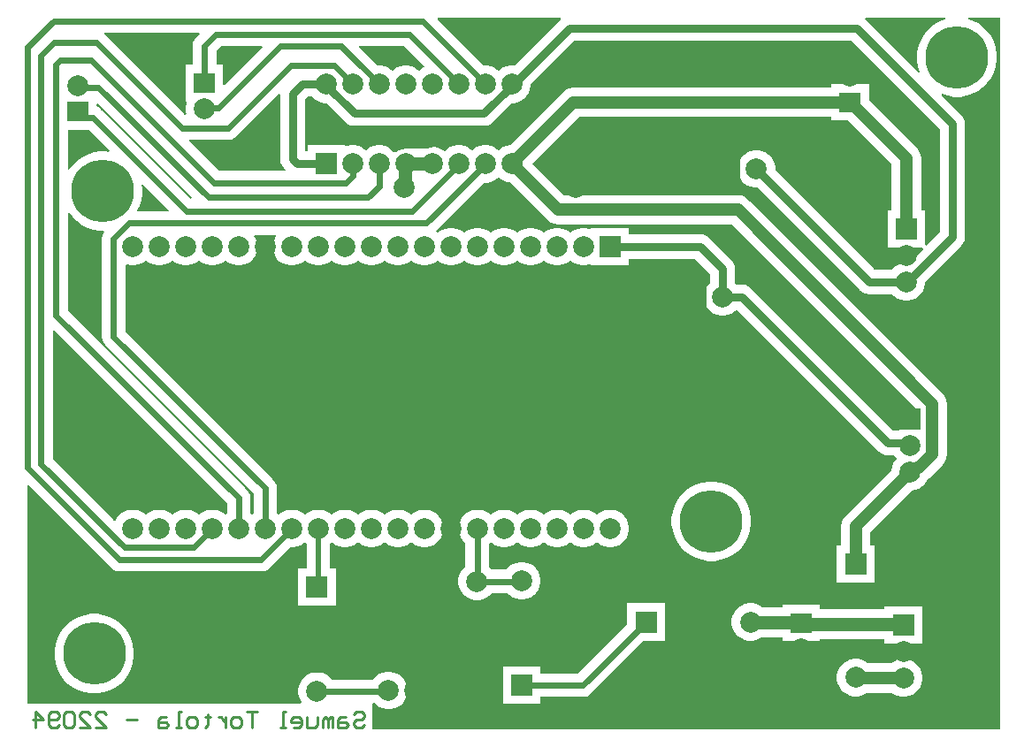
<source format=gbl>
%FSDAX23Y23*%
%MOMM*%
%SFA1B1*%

%IPPOS*%
%ADD10C,1.269997*%
%ADD11C,1.999996*%
%ADD12R,1.999996X1.999996*%
%ADD13R,1.999996X1.999996*%
%ADD14C,5.999988*%
%ADD15R,1.899996X1.999996*%
%ADD16R,1.999996X1.899996*%
%ADD17C,1.193798*%
%ADD18C,0.634999*%
%ADD19C,0.761998*%
%ADD20C,0.533399*%
%ADD21C,0.253999*%
%LNpcb1-1*%
%LPD*%
G36*
X52004Y68944D02*
X51969Y68917D01*
X47550Y64498*
X47492Y64509*
X47137*
X46789Y64440*
X46462Y64305*
X46167Y64108*
X46044Y63985*
X45922Y64108*
X45627Y64305*
X45299Y64440*
X44952Y64509*
X44610*
X40172Y68947*
X40221Y69064*
X51964*
X52004Y68944*
G37*
G36*
X38934Y64457D02*
X38910Y64333D01*
X38842Y64305*
X38547Y64108*
X38424Y63985*
X38302Y64108*
X38007Y64305*
X37679Y64440*
X37332Y64509*
X36977*
X36629Y64440*
X36302Y64305*
X36007Y64108*
X35884Y63985*
X35762Y64108*
X35467Y64305*
X35139Y64440*
X34792Y64509*
X34450*
X33628Y65332*
X33449Y65469*
X32656Y66262*
X32705Y66379*
X37012*
X38934Y64457*
G37*
G36*
X88824Y68937D02*
X88466Y68821D01*
X87933Y68549*
X87449Y68198*
X87026Y67775*
X86674Y67291*
X86403Y66758*
X86218Y66189*
X86124Y65599*
Y65000*
X86218Y64410*
X86393Y63870*
X86283Y63801*
X81167Y68917*
X81131Y68944*
X81172Y69064*
X88804*
X88824Y68937*
G37*
G36*
X23418Y66262D02*
X19792Y62636D01*
X19674Y62684*
Y64574*
X19002*
Y65933*
X19448Y66379*
X23369*
X23418Y66262*
G37*
G36*
X94064Y00934D02*
X33932D01*
Y03390*
X34036Y03447*
X34156*
X34352Y03251*
X34647Y03054*
X34974Y02919*
X35322Y02849*
X35677*
X36024Y02919*
X36352Y03054*
X36647Y03251*
X36898Y03502*
X37095Y03797*
X37230Y04124*
X37299Y04472*
Y04827*
X37230Y05174*
X37095Y05502*
X36898Y05797*
X36647Y06048*
X36352Y06245*
X36024Y06380*
X35677Y06449*
X35322*
X34974Y06380*
X34647Y06245*
X34352Y06048*
X34101Y05797*
X34038Y05702*
X30061*
X30048Y05722*
X29797Y05973*
X29502Y06170*
X29174Y06305*
X28827Y06374*
X28472*
X28124Y06305*
X27797Y06170*
X27502Y05973*
X27251Y05722*
X27054Y05427*
X26919Y05099*
X26849Y04752*
Y04397*
X26919Y04049*
X27054Y03722*
X27191Y03517*
X27123Y03390*
X00934*
Y24251*
X01052Y24300*
X08968Y16384*
X09201Y16205*
X09473Y16092*
X09765Y16054*
Y16054*
X23308*
Y16054*
X23599Y16092*
X23871Y16205*
X24105Y16384*
X26070Y18349*
X26412*
X26759Y18419*
X27087Y18554*
X27382Y18751*
X27504Y18874*
X27627Y18751*
X27699Y18704*
Y16374*
X26849*
Y12774*
X30449*
Y16374*
X29850*
Y18704*
X29922Y18751*
X30044Y18874*
X30167Y18751*
X30462Y18554*
X30789Y18419*
X31137Y18349*
X31492*
X31839Y18419*
X32167Y18554*
X32462Y18751*
X32584Y18874*
X32707Y18751*
X33002Y18554*
X33329Y18419*
X33677Y18349*
X34032*
X34379Y18419*
X34707Y18554*
X35002Y18751*
X35124Y18874*
X35247Y18751*
X35542Y18554*
X35869Y18419*
X36217Y18349*
X36572*
X36919Y18419*
X37247Y18554*
X37542Y18751*
X37664Y18874*
X37787Y18751*
X38082Y18554*
X38409Y18419*
X38757Y18349*
X39112*
X39459Y18419*
X39787Y18554*
X40082Y18751*
X40333Y19002*
X40530Y19297*
X40665Y19624*
X40734Y19972*
Y20327*
X40665Y20674*
X40530Y21002*
X40333Y21297*
X40082Y21548*
X39787Y21745*
X39459Y21880*
X39112Y21949*
X38757*
X38409Y21880*
X38082Y21745*
X37787Y21548*
X37664Y21425*
X37542Y21548*
X37247Y21745*
X36919Y21880*
X36572Y21949*
X36217*
X35869Y21880*
X35542Y21745*
X35247Y21548*
X35124Y21425*
X35002Y21548*
X34707Y21745*
X34379Y21880*
X34032Y21949*
X33677*
X33329Y21880*
X33002Y21745*
X32707Y21548*
X32584Y21425*
X32462Y21548*
X32167Y21745*
X31839Y21880*
X31492Y21949*
X31137*
X30789Y21880*
X30462Y21745*
X30167Y21548*
X30044Y21425*
X29922Y21548*
X29627Y21745*
X29299Y21880*
X28952Y21949*
X28597*
X28249Y21880*
X27922Y21745*
X27627Y21548*
X27504Y21425*
X27382Y21548*
X27087Y21745*
X26759Y21880*
X26412Y21949*
X26057*
X25709Y21880*
X25382Y21745*
X25087Y21548*
X24964Y21425*
X24842Y21548*
X24822Y21561*
Y24004*
X24783Y24296*
X24671Y24568*
X24491Y24801*
X10296Y38997*
Y45376*
X10402Y45447*
X10469Y45419*
X10817Y45349*
X11172*
X11519Y45419*
X11847Y45554*
X12142Y45751*
X12264Y45874*
X12387Y45751*
X12682Y45554*
X13009Y45419*
X13357Y45349*
X13712*
X14059Y45419*
X14387Y45554*
X14682Y45751*
X14804Y45874*
X14927Y45751*
X15222Y45554*
X15549Y45419*
X15897Y45349*
X16252*
X16599Y45419*
X16927Y45554*
X17222Y45751*
X17344Y45874*
X17467Y45751*
X17762Y45554*
X18089Y45419*
X18437Y45349*
X18792*
X19139Y45419*
X19467Y45554*
X19762Y45751*
X19884Y45874*
X20007Y45751*
X20302Y45554*
X20629Y45419*
X20977Y45349*
X21332*
X21679Y45419*
X22007Y45554*
X22302Y45751*
X22553Y46002*
X22750Y46297*
X22885Y46624*
X22954Y46972*
Y47327*
X22885Y47674*
X22750Y48002*
X22639Y48167*
X22699Y48279*
X24690*
X24750Y48167*
X24639Y48002*
X24504Y47674*
X24434Y47327*
Y46972*
X24504Y46624*
X24639Y46297*
X24836Y46002*
X25087Y45751*
X25382Y45554*
X25709Y45419*
X26057Y45349*
X26412*
X26759Y45419*
X27087Y45554*
X27382Y45751*
X27504Y45874*
X27627Y45751*
X27922Y45554*
X28249Y45419*
X28597Y45349*
X28952*
X29299Y45419*
X29627Y45554*
X29922Y45751*
X30044Y45874*
X30167Y45751*
X30462Y45554*
X30789Y45419*
X31137Y45349*
X31492*
X31839Y45419*
X32167Y45554*
X32462Y45751*
X32584Y45874*
X32707Y45751*
X33002Y45554*
X33329Y45419*
X33677Y45349*
X34032*
X34379Y45419*
X34707Y45554*
X35002Y45751*
X35124Y45874*
X35247Y45751*
X35542Y45554*
X35869Y45419*
X36217Y45349*
X36572*
X36919Y45419*
X37247Y45554*
X37542Y45751*
X37664Y45874*
X37787Y45751*
X38082Y45554*
X38409Y45419*
X38757Y45349*
X39112*
X39459Y45419*
X39787Y45554*
X40082Y45751*
X40204Y45874*
X40327Y45751*
X40622Y45554*
X40949Y45419*
X41297Y45349*
X41652*
X41999Y45419*
X42327Y45554*
X42622Y45751*
X42744Y45874*
X42867Y45751*
X43162Y45554*
X43489Y45419*
X43837Y45349*
X44192*
X44539Y45419*
X44867Y45554*
X45162Y45751*
X45284Y45874*
X45407Y45751*
X45702Y45554*
X46029Y45419*
X46377Y45349*
X46732*
X47079Y45419*
X47407Y45554*
X47702Y45751*
X47824Y45874*
X47947Y45751*
X48242Y45554*
X48569Y45419*
X48917Y45349*
X49272*
X49619Y45419*
X49947Y45554*
X50242Y45751*
X50364Y45874*
X50487Y45751*
X50782Y45554*
X51109Y45419*
X51457Y45349*
X51812*
X52159Y45419*
X52487Y45554*
X52782Y45751*
X52904Y45874*
X53027Y45751*
X53322Y45554*
X53649Y45419*
X53997Y45349*
X54352*
X54699Y45419*
X54809Y45464*
X54914Y45393*
Y45349*
X58514*
Y45958*
X64831*
X66283Y44506*
Y43704*
X66076Y43497*
X65879Y43202*
X65744Y42874*
X65674Y42527*
Y42172*
X65744Y41824*
X65879Y41497*
X66076Y41202*
X66327Y40951*
X66622Y40754*
X66949Y40619*
X67297Y40549*
X67652*
X67999Y40619*
X68327Y40754*
X68622Y40951*
X68829Y41158*
X68832*
X82486Y27504*
X82733Y27315*
X83020Y27196*
X83329Y27155*
X83897*
X84026Y26962*
X84149Y26839*
X84026Y26717*
X83829Y26422*
X83694Y26094*
X83628Y25766*
X79228Y21366*
X79004Y21074*
X78864Y20734*
X78815Y20369*
Y18562*
X78424*
Y14962*
X82024*
Y18562*
X81633*
Y19786*
X85621Y23773*
X85949Y23839*
X86277Y23974*
X86572Y24171*
X86823Y24422*
X87020Y24717*
X87069Y24837*
X87293Y25008*
X88526Y26241*
X88750Y26533*
X88890Y26873*
X88938Y27238*
Y32107*
X88890Y32472*
X88750Y32812*
X88526Y33103*
X69958Y51671*
X69666Y51895*
X69327Y52035*
X68962Y52083*
X52313*
X49307Y55089*
X53783Y59565*
X77899*
Y59224*
X79457*
X83665Y55016*
Y50654*
X83274*
Y47054*
X86635*
X86684Y46937*
X85310Y45563*
X85252Y45574*
X84897*
X84549Y45505*
X84222Y45370*
X83927Y45173*
X83720Y44966*
X82043*
X72524Y54484*
Y54777*
X72455Y55124*
X72320Y55452*
X72123Y55747*
X71872Y55998*
X71577Y56195*
X71249Y56330*
X70902Y56399*
X70547*
X70199Y56330*
X69872Y56195*
X69577Y55998*
X69326Y55747*
X69129Y55452*
X68994Y55124*
X68924Y54777*
Y54422*
X68994Y54074*
X69129Y53747*
X69326Y53452*
X69577Y53201*
X69872Y53004*
X70199Y52869*
X70547Y52799*
X70840*
X80707Y42932*
X80954Y42743*
X81122Y42673*
X81241Y42624*
X81549Y42583*
X83720*
X83927Y42376*
X84222Y42179*
X84549Y42044*
X84897Y41974*
X85252*
X85599Y42044*
X85927Y42179*
X86222Y42376*
X86473Y42627*
X86670Y42922*
X86805Y43249*
X86874Y43597*
Y43758*
X90342Y47226*
X90531Y47472*
X90650Y47760*
X90691Y48068*
Y58899*
X90650Y59208*
X90531Y59495*
X90342Y59742*
X88426Y61658*
X88495Y61768*
X89035Y61593*
X89625Y61499*
X90224*
X90814Y61593*
X91383Y61778*
X91916Y62049*
X92400Y62401*
X92823Y62824*
X93174Y63308*
X93446Y63841*
X93631Y64410*
X93724Y65000*
Y65599*
X93631Y66189*
X93446Y66758*
X93174Y67291*
X92823Y67775*
X92400Y68198*
X91916Y68549*
X91383Y68821*
X91025Y68937*
X91045Y69064*
X94064*
Y00934*
G37*
G36*
X17411Y67530D02*
X17077Y67196D01*
X16898Y66963*
X16786Y66691*
X16747Y66399*
Y64574*
X16074*
Y61074*
X16123*
X16193Y60969*
X16144Y60849*
X16074Y60502*
Y60147*
X16130Y59867*
X16013Y59805*
X08346Y67471*
X08274Y67527*
X08315Y67647*
X17362*
X17411Y67530*
G37*
G36*
X25133Y61710D02*
Y55536D01*
X25174Y55228*
X25293Y54940*
X25482Y54694*
X25667Y54508*
X25619Y54391*
X19269*
X16406Y57254*
X16454Y57372*
X20149*
X20441Y57410*
X20713Y57523*
X20946Y57702*
X25006Y61762*
X25133Y61710*
G37*
G36*
X08762Y56343D02*
X08704Y56230D01*
X08424Y56274*
X07825*
X07235Y56181*
X06666Y55996*
X06133Y55725*
X05649Y55373*
X05226Y54950*
X04904Y54506*
X04777Y54548*
Y58349*
X06755*
X08762Y56343*
G37*
G36*
X16665Y51865D02*
X16620Y51730D01*
X16570Y51723*
X07985Y60308*
X07752Y60487*
X07549Y60571*
Y60814*
X07667Y60863*
X16665Y51865*
G37*
G36*
X14454Y50651D02*
X14405Y50534D01*
X11522*
X11456Y50642*
X11646Y51016*
X11831Y51585*
X11924Y52175*
Y52774*
X11880Y53054*
X11993Y53112*
X14454Y50651*
G37*
G36*
X88308Y58406D02*
Y48561D01*
X86992Y47245*
X86874Y47294*
Y50654*
X86483*
Y55599*
X86435Y55964*
X86295Y56304*
X86071Y56596*
X81499Y61167*
Y62724*
X77899*
Y62383*
X53199*
X52835Y62335*
X52495Y62195*
X52203Y61971*
X47118Y56886*
X46789Y56820*
X46462Y56685*
X46167Y56488*
X46044Y56365*
X45922Y56488*
X45627Y56685*
X45299Y56820*
X44952Y56889*
X44597*
X44249Y56820*
X43922Y56685*
X43627Y56488*
X43504Y56365*
X43382Y56488*
X43087Y56685*
X42759Y56820*
X42412Y56889*
X42057*
X41709Y56820*
X41382Y56685*
X41087Y56488*
X40854Y56255*
X40558Y56483*
X40209Y56627*
X39834Y56677*
X39460Y56627*
X39241Y56537*
X37154*
X36780Y56488*
X36431Y56343*
X36208Y56172*
X36042Y56193*
X36013Y56237*
X35762Y56488*
X35467Y56685*
X35139Y56820*
X34792Y56889*
X34437*
X34089Y56820*
X33762Y56685*
X33467Y56488*
X33344Y56365*
X33222Y56488*
X32927Y56685*
X32599Y56820*
X32252Y56889*
X31897*
X31549Y56820*
X31440Y56775*
X31334Y56846*
Y56889*
X27734*
Y56281*
X27516*
Y61281*
X27753Y61518*
X28180*
X28387Y61311*
X28682Y61114*
X29009Y60979*
X29357Y60909*
X29518*
X31371Y59057*
X31617Y58868*
X31905Y58749*
X32213Y58708*
X44636*
X44944Y58749*
X45231Y58868*
X45478Y59057*
X47331Y60909*
X47492*
X47839Y60979*
X48167Y61114*
X48462Y61311*
X48713Y61562*
X48910Y61857*
X49045Y62184*
X49114Y62532*
Y62693*
X53304Y66883*
X79831*
X88308Y58406*
G37*
G36*
X46167Y53691D02*
X46462Y53494D01*
X46789Y53359*
X47118Y53293*
X50733Y49678*
X51025Y49454*
X51365Y49313*
X51729Y49265*
X68378*
X86120Y31523*
Y29884*
X86015Y29813*
X85949Y29840*
X85602Y29909*
X85247*
X84899Y29840*
X84572Y29705*
X84322Y29538*
X83822*
X70168Y43192*
X69921Y43381*
X69634Y43500*
X69325Y43541*
X68829*
X68666Y43704*
Y44999*
X68625Y45308*
X68506Y45595*
X68317Y45842*
X66167Y47992*
X65920Y48181*
X65633Y48300*
X65324Y48341*
X58514*
Y48949*
X54914*
Y48906*
X54809Y48835*
X54699Y48880*
X54352Y48949*
X53997*
X53649Y48880*
X53322Y48745*
X53027Y48548*
X52904Y48425*
X52782Y48548*
X52487Y48745*
X52159Y48880*
X51812Y48949*
X51457*
X51109Y48880*
X50782Y48745*
X50487Y48548*
X50364Y48425*
X50242Y48548*
X49947Y48745*
X49619Y48880*
X49272Y48949*
X48917*
X48569Y48880*
X48242Y48745*
X47947Y48548*
X47824Y48425*
X47702Y48548*
X47407Y48745*
X47079Y48880*
X46732Y48949*
X46377*
X46029Y48880*
X45702Y48745*
X45407Y48548*
X45284Y48425*
X45162Y48548*
X44867Y48745*
X44539Y48880*
X44192Y48949*
X43837*
X43489Y48880*
X43162Y48745*
X42867Y48548*
X42744Y48425*
X42622Y48548*
X42327Y48745*
X41999Y48880*
X41652Y48949*
X41297*
X40949Y48880*
X40622Y48745*
X40327Y48548*
X40204Y48425*
X40082Y48548*
X40037Y48578*
X40025Y48704*
X44610Y53289*
X44952*
X45299Y53359*
X45627Y53494*
X45922Y53691*
X46044Y53814*
X46167Y53691*
G37*
G36*
X05226Y49999D02*
X05649Y49576D01*
X06133Y49224*
X06666Y48953*
X07235Y48768*
X07825Y48674*
X08207*
X08263Y48561*
X08193Y48469*
X08080Y48197*
X08042Y47906*
X08042*
Y38530*
X08042*
X08080Y38238*
X08193Y37966*
X08372Y37733*
X22567Y23538*
Y21561*
X22547Y21548*
X22424Y21425*
X22302Y21548*
X22282Y21561*
Y23069*
X22243Y23361*
X22131Y23633*
X21951Y23866*
X04777Y41041*
Y50401*
X04904Y50443*
X05226Y49999*
G37*
G36*
X20027Y22603D02*
Y21561D01*
X20007Y21548*
X19884Y21425*
X19762Y21548*
X19467Y21745*
X19139Y21880*
X18792Y21949*
X18437*
X18089Y21880*
X17762Y21745*
X17467Y21548*
X17344Y21425*
X17222Y21548*
X16927Y21745*
X16599Y21880*
X16252Y21949*
X15897*
X15549Y21880*
X15222Y21745*
X14927Y21548*
X14804Y21425*
X14682Y21548*
X14387Y21745*
X14059Y21880*
X13712Y21949*
X13357*
X13009Y21880*
X12682Y21745*
X12387Y21548*
X12264Y21425*
X12142Y21548*
X11847Y21745*
X11519Y21880*
X11172Y21949*
X10817*
X10469Y21880*
X10142Y21745*
X09847Y21548*
X09596Y21297*
X09399Y21002*
X09371Y20934*
X09247Y20910*
X03352Y26805*
Y39112*
X03469Y39161*
X20027Y22603*
G37*
%LNpcb1-2*%
%LPC*%
G36*
X56892Y21949D02*
X56537D01*
X56189Y21880*
X55862Y21745*
X55567Y21548*
X55444Y21425*
X55322Y21548*
X55027Y21745*
X54699Y21880*
X54352Y21949*
X53997*
X53649Y21880*
X53322Y21745*
X53027Y21548*
X52904Y21425*
X52782Y21548*
X52487Y21745*
X52159Y21880*
X51812Y21949*
X51457*
X51109Y21880*
X50782Y21745*
X50487Y21548*
X50364Y21425*
X50242Y21548*
X49947Y21745*
X49619Y21880*
X49272Y21949*
X48917*
X48569Y21880*
X48242Y21745*
X47947Y21548*
X47824Y21425*
X47702Y21548*
X47407Y21745*
X47079Y21880*
X46732Y21949*
X46377*
X46029Y21880*
X45702Y21745*
X45407Y21548*
X45284Y21425*
X45162Y21548*
X44867Y21745*
X44539Y21880*
X44192Y21949*
X43837*
X43489Y21880*
X43162Y21745*
X42867Y21548*
X42616Y21297*
X42419Y21002*
X42284Y20674*
X42214Y20327*
Y19972*
X42284Y19624*
X42419Y19297*
X42616Y19002*
X42867Y18751*
X42867Y18751*
Y16525*
X42827Y16498*
X42576Y16247*
X42379Y15952*
X42244Y15624*
X42174Y15277*
Y14922*
X42244Y14574*
X42379Y14247*
X42576Y13952*
X42827Y13701*
X43122Y13504*
X43449Y13369*
X43797Y13299*
X44152*
X44499Y13369*
X44827Y13504*
X45122Y13701*
X45373Y13952*
X45386Y13972*
X46660*
X46849Y13947*
X46906*
X47102Y13751*
X47397Y13554*
X47724Y13419*
X48072Y13349*
X48427*
X48774Y13419*
X49102Y13554*
X49397Y13751*
X49648Y14002*
X49845Y14297*
X49980Y14624*
X50049Y14972*
Y15327*
X49980Y15674*
X49845Y16002*
X49648Y16297*
X49397Y16548*
X49102Y16745*
X48774Y16880*
X48427Y16949*
X48072*
X47724Y16880*
X47397Y16745*
X47102Y16548*
X46851Y16297*
X46804Y16227*
X45386*
X45373Y16247*
X45122Y16498*
X45122Y16498*
Y18724*
X45162Y18751*
X45284Y18874*
X45407Y18751*
X45702Y18554*
X46029Y18419*
X46377Y18349*
X46732*
X47079Y18419*
X47407Y18554*
X47702Y18751*
X47824Y18874*
X47947Y18751*
X48242Y18554*
X48569Y18419*
X48917Y18349*
X49272*
X49619Y18419*
X49947Y18554*
X50242Y18751*
X50364Y18874*
X50487Y18751*
X50782Y18554*
X51109Y18419*
X51457Y18349*
X51812*
X52159Y18419*
X52487Y18554*
X52782Y18751*
X52904Y18874*
X53027Y18751*
X53322Y18554*
X53649Y18419*
X53997Y18349*
X54352*
X54699Y18419*
X55027Y18554*
X55322Y18751*
X55444Y18874*
X55567Y18751*
X55862Y18554*
X56189Y18419*
X56537Y18349*
X56892*
X57239Y18419*
X57567Y18554*
X57862Y18751*
X58113Y19002*
X58310Y19297*
X58445Y19624*
X58514Y19972*
Y20327*
X58445Y20674*
X58310Y21002*
X58113Y21297*
X57862Y21548*
X57567Y21745*
X57239Y21880*
X56892Y21949*
G37*
G36*
X66699Y24649D02*
X66100D01*
X65510Y24556*
X64941Y24371*
X64408Y24099*
X63924Y23748*
X63501Y23325*
X63149Y22841*
X62878Y22308*
X62693Y21739*
X62599Y21149*
Y20550*
X62693Y19960*
X62878Y19391*
X63149Y18858*
X63501Y18374*
X63924Y17951*
X64408Y17599*
X64941Y17328*
X65510Y17143*
X66100Y17049*
X66699*
X67289Y17143*
X67858Y17328*
X68391Y17599*
X68875Y17951*
X69298Y18374*
X69649Y18858*
X69921Y19391*
X70106Y19960*
X70199Y20550*
Y21149*
X70106Y21739*
X69921Y22308*
X69649Y22841*
X69298Y23325*
X68875Y23748*
X68391Y24099*
X67858Y24371*
X67289Y24556*
X66699Y24649*
G37*
G36*
X70327Y12999D02*
X69972D01*
X69624Y12930*
X69297Y12795*
X69002Y12598*
X68751Y12347*
X68554Y12052*
X68419Y11724*
X68349Y11377*
Y11022*
X68419Y10674*
X68554Y10347*
X68751Y10052*
X69002Y09801*
X69297Y09604*
X69624Y09469*
X69972Y09399*
X70327*
X70674Y09469*
X71002Y09604*
X71148Y09702*
X73224*
Y09349*
X76824*
Y09535*
X82999*
Y09124*
X86599*
Y12724*
X82999*
Y12429*
X76824*
Y12849*
X73224*
Y12597*
X71298*
X71297Y12598*
X71002Y12795*
X70674Y12930*
X70327Y12999*
G37*
G36*
X61949D02*
X58349D01*
Y10993*
X53633Y06277*
X50049*
Y06949*
X46449*
Y03349*
X50049*
Y04022*
X54099*
X54391Y04061*
X54663Y04173*
X54896Y04352*
X59944Y09399*
X61949*
Y12999*
G37*
G36*
X07624Y11974D02*
X07025D01*
X06435Y11881*
X05866Y11696*
X05333Y11424*
X04849Y11073*
X04426Y10650*
X04074Y10166*
X03803Y09633*
X03618Y09064*
X03524Y08474*
Y07875*
X03618Y07285*
X03803Y06716*
X04074Y06183*
X04426Y05699*
X04849Y05276*
X05333Y04924*
X05866Y04653*
X06435Y04468*
X07025Y04374*
X07624*
X08214Y04468*
X08783Y04653*
X09316Y04924*
X09800Y05276*
X10223Y05699*
X10575Y06183*
X10846Y06716*
X11031Y07285*
X11124Y07875*
Y08474*
X11031Y09064*
X10846Y09633*
X10575Y10166*
X10223Y10650*
X09800Y11073*
X09316Y11424*
X08783Y11696*
X08214Y11881*
X07624Y11974*
G37*
G36*
X80402Y07686D02*
X80047D01*
X79699Y07617*
X79372Y07482*
X79077Y07285*
X78826Y07034*
X78629Y06739*
X78494Y06411*
X78424Y06064*
Y05709*
X78494Y05361*
X78629Y05034*
X78826Y04739*
X79077Y04488*
X79372Y04291*
X79699Y04156*
X80047Y04086*
X80402*
X80749Y04156*
X81077Y04291*
X81279Y04426*
X83682*
X83947Y04249*
X84274Y04114*
X84622Y04044*
X84977*
X85324Y04114*
X85652Y04249*
X85947Y04446*
X86198Y04697*
X86395Y04992*
X86530Y05319*
X86599Y05667*
Y06022*
X86530Y06369*
X86395Y06697*
X86198Y06992*
X85947Y07243*
X85652Y07440*
X85324Y07575*
X84977Y07644*
X84622*
X84274Y07575*
X83947Y07440*
X83655Y07244*
X81412*
X81372Y07285*
X81077Y07482*
X80749Y07617*
X80402Y07686*
G37*
%LNpcb1-3*%
%LPD*%
G54D10*
X37024Y52799D02*
X37073Y52848D01*
Y55008D02*
X37154Y55089D01*
X37073Y52848D02*
Y55008D01*
X39694Y55089D02*
X39834Y55229D01*
X37154Y55089D02*
X39694D01*
X75142Y10982D02*
X84799D01*
X70149Y11199D02*
X70199Y11149D01*
X74974*
X75024Y11099*
X75142Y10982*
G54D11*
X47314Y62709D03*
X44774D03*
X42234D03*
X39694D03*
X37154D03*
X34614D03*
X32074D03*
X29534D03*
X47314Y55089D03*
X44774D03*
X42234D03*
X39694D03*
X37154D03*
X34614D03*
X32074D03*
X53399Y52799D03*
X37024D03*
X10994Y47149D03*
X54174D03*
X51634D03*
X49094D03*
X46554D03*
X44014D03*
X41474D03*
X38934D03*
X36394D03*
X33854D03*
X31314D03*
X28774D03*
X26234D03*
X23694D03*
X21154D03*
X18614D03*
X16074D03*
X13534D03*
X10994Y20149D03*
X13534D03*
X16074D03*
X18614D03*
X21154D03*
X23694D03*
X26234D03*
X28774D03*
X31314D03*
X33854D03*
X36394D03*
X38934D03*
X41474D03*
X44014D03*
X46554D03*
X49094D03*
X51634D03*
X54174D03*
X56714D03*
X84799Y08384D03*
Y05844D03*
X76074Y29124D03*
X75999Y39449D03*
X60199Y65149D03*
X60149Y55624D03*
X35499Y04649D03*
X38039D03*
X67474Y42349D03*
X17874Y60325D03*
X85424Y25569D03*
Y28109D03*
X43974Y15099D03*
X85074Y43774D03*
Y46314D03*
X28649Y04574D03*
X70724Y54599D03*
X79699Y63474D03*
X05749Y62599D03*
X48249Y15149D03*
X70149Y11199D03*
X75024Y08599D03*
X80224Y05886D03*
G54D12*
X29534Y55089D03*
X85424Y30649D03*
X43974Y05099D03*
X85074Y48854D03*
X28649Y14574D03*
X48249Y05149D03*
X80224Y16762D03*
G54D13*
X56714Y47149D03*
X84799Y10924D03*
X60149Y11199D03*
G54D14*
X08124Y52474D03*
X89924Y65299D03*
X66399Y20849D03*
X07324Y08174D03*
G54D15*
X64974Y42349D03*
X68224Y54599D03*
G54D16*
X17874Y62824D03*
X79699Y60974D03*
X05749Y60099D03*
X75024Y11099D03*
G54D17*
X84748Y05835D02*
X84799Y05784D01*
X80275Y05835D02*
X84748D01*
X80224Y20369D02*
X85424Y25569D01*
X80224Y16762D02*
Y20369D01*
Y05886D02*
X80275Y05835D01*
X51729Y50674D02*
X68962D01*
X47314Y55089D02*
X51729Y50674D01*
X68962D02*
X87529Y32107D01*
Y27238D02*
Y32107D01*
X86296Y26005D02*
X87529Y27238D01*
X86078Y26005D02*
X86296D01*
X47314Y55089D02*
X53199Y60974D01*
X79699*
X85074Y48854D02*
Y55599D01*
X80103Y60571D02*
Y60621D01*
X79699Y60974D02*
X79749D01*
X80103Y60621*
Y60571D02*
X85074Y55599D01*
G54D18*
X00952Y66252D02*
X03474Y68774D01*
X38751D02*
X44774Y62751D01*
X03474Y68774D02*
X38751D01*
X30960Y66363D02*
X32789Y64535D01*
X17874Y66399D02*
X18981Y67506D01*
X37479*
X42234Y62751*
X25113Y66363D02*
X30960D01*
X19220Y60470D02*
X25113Y66363D01*
X00952Y25994D02*
X09765Y17181D01*
X00952Y25994D02*
Y66252D01*
X16149Y50549D02*
X37736D01*
X05749Y60099D02*
X06338Y59511D01*
X07188*
X16149Y50549*
X35135Y05174D02*
X35504D01*
X28649Y04574D02*
X34535D01*
X35135Y05174*
X48249Y05149D02*
X54099D01*
X60149Y11199*
X32789Y64535D02*
X32831D01*
X34614Y62709D02*
Y62751D01*
X32831Y64535D02*
X34614Y62751D01*
X02224Y26338D02*
X10238Y18324D01*
X02224Y26338D02*
Y65399D01*
X03499Y66675*
X03649Y40574D02*
Y64599D01*
X04074Y65024*
X03649Y40574D02*
X21154Y23069D01*
X07549Y66675D02*
X15725Y58499D01*
X03499Y66675D02*
X07549D01*
X07042Y65024D02*
X18802Y53264D01*
X04074Y65024D02*
X07042D01*
X32074Y53899D02*
Y54720D01*
Y54905D02*
Y55089D01*
Y54720D02*
Y54905D01*
X31439Y53264D02*
X32074Y53899D01*
X18802Y53264D02*
X31439D01*
X34614Y52939D02*
Y55089D01*
X18249Y51874D02*
X33549D01*
X34614Y52939*
X44774Y55149D02*
D01*
Y55089D02*
Y55149D01*
X10670Y49406D02*
X39133D01*
X37736Y50549D02*
X42234Y55048D01*
X05927Y62422D02*
X07702D01*
X18249Y51874*
X05749Y62599D02*
X05927Y62422D01*
X15725Y58499D02*
X20149D01*
X26185Y64535D02*
X30291D01*
X20149Y58499D02*
X26185Y64535D01*
X18020Y60470D02*
X19220D01*
X17874Y62824D02*
Y66399D01*
X43974Y15099D02*
X46824D01*
X46849Y15074D02*
X48224D01*
X46824Y15099D02*
X46849Y15074D01*
X43994Y15119D02*
Y20129D01*
X43974Y15099D02*
X43994Y15119D01*
Y20129D02*
X44014Y20149D01*
X23694D02*
Y24004D01*
X21154Y20149D02*
Y23069D01*
X09169Y38530D02*
X23694Y24004D01*
X39133Y49406D02*
X44774Y55048D01*
X09169Y38530D02*
Y47906D01*
X44774Y55048D02*
Y55089D01*
X09169Y47906D02*
X10670Y49406D01*
X17874Y60325D02*
X18020Y60470D01*
X30291Y64535D02*
X32074Y62751D01*
X09765Y17181D02*
X23308D01*
X26234Y20108*
Y20149*
X44774Y62709D02*
Y62751D01*
X16831Y18324D02*
X18614Y20108D01*
X10238Y18324D02*
X16831D01*
X42234Y62709D02*
Y62751D01*
X32074Y62709D02*
Y62751D01*
X18614Y20108D02*
Y20149D01*
X42234Y55048D02*
Y55089D01*
G54D19*
X89499Y48068D02*
Y58899D01*
X52811Y68074D02*
X80324D01*
X89499Y58899*
X70724Y54599D02*
X81549Y43774D01*
X85074*
X47380Y62644D02*
X52811Y68074D01*
X44636Y59899D02*
X47380Y62644D01*
X29534Y62578D02*
X32213Y59899D01*
X44636*
X69325Y42349D02*
X83329Y28346D01*
X67474Y42349D02*
X69325D01*
X65324Y47149D02*
X67474Y44999D01*
Y42349D02*
Y44999D01*
X56714Y47149D02*
X65324D01*
X85074Y43774D02*
X85206D01*
X89499Y48068*
X26771Y55089D02*
X29534D01*
X26324Y55536D02*
X26771Y55089D01*
X26324Y55536D02*
Y61774D01*
X27259Y62709D02*
X29534D01*
X26324Y61774D02*
X27259Y62709D01*
X83329Y28346D02*
X85188D01*
X85424Y28109*
G54D20*
X28649Y14574D02*
X28774Y14699D01*
Y20149*
G54D21*
X32171Y02378D02*
X32421Y02628D01*
X32921*
X33170Y02378*
Y02128*
X32921Y01878*
X32421*
X32171Y01628*
Y01378*
X32421Y01128*
X32921*
X33170Y01378*
X31421Y02128D02*
X30921D01*
X30671Y01878*
Y01128*
X31421*
X31671Y01378*
X31421Y01628*
X30671*
X30171Y01128D02*
Y02128D01*
X29922*
X29672Y01878*
Y01128*
Y01878*
X29422Y02128*
X29172Y01878*
Y01128*
X28672Y02128D02*
Y01378D01*
X28422Y01128*
X27672*
Y02128*
X26423Y01128D02*
X26922D01*
X27172Y01378*
Y01878*
X26922Y02128*
X26423*
X26173Y01878*
Y01628*
X27172*
X25673Y01128D02*
X25173D01*
X25423*
Y02628*
X25673*
X22924D02*
X21924D01*
X22424*
Y01128*
X21174D02*
X20675D01*
X20425Y01378*
Y01878*
X20675Y02128*
X21174*
X21424Y01878*
Y01378*
X21174Y01128*
X19925Y02128D02*
Y01128D01*
Y01628*
X19675Y01878*
X19425Y02128*
X19175*
X18175Y02378D02*
Y02128D01*
X18425*
X17925*
X18175*
Y01378*
X17925Y01128*
X16926D02*
X16426D01*
X16176Y01378*
Y01878*
X16426Y02128*
X16926*
X17176Y01878*
Y01378*
X16926Y01128*
X15676D02*
X15176D01*
X15426*
Y02628*
X15676*
X14177Y02128D02*
X13677D01*
X13427Y01878*
Y01128*
X14177*
X14427Y01378*
X14177Y01628*
X13427*
X11427Y01878D02*
X10428D01*
X07429Y01128D02*
X08428D01*
X07429Y02128*
Y02378*
X07679Y02628*
X08179*
X08428Y02378*
X05929Y01128D02*
X06929D01*
X05929Y02128*
Y02378*
X06179Y02628*
X06679*
X06929Y02378*
X05429D02*
X05180Y02628D01*
X04680*
X04430Y02378*
Y01378*
X04680Y01128*
X05180*
X05429Y01378*
Y02378*
X03930Y01378D02*
X03680Y01128D01*
X03180*
X02930Y01378*
Y02378*
X03180Y02628*
X03680*
X03930Y02378*
Y02128*
X03680Y01878*
X02930*
X01681Y01128D02*
Y02628D01*
X02430Y01878*
X01431*
M02*
</source>
